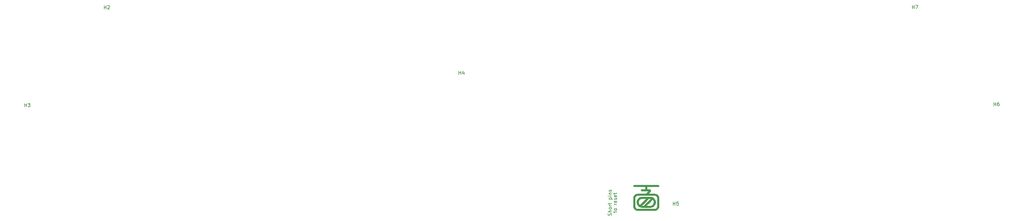
<source format=gbr>
G04 #@! TF.GenerationSoftware,KiCad,Pcbnew,(5.1.8-0-10_14)*
G04 #@! TF.CreationDate,2021-02-08T17:11:09+00:00*
G04 #@! TF.ProjectId,ccd60,63636436-302e-46b6-9963-61645f706362,rev?*
G04 #@! TF.SameCoordinates,Original*
G04 #@! TF.FileFunction,Legend,Top*
G04 #@! TF.FilePolarity,Positive*
%FSLAX46Y46*%
G04 Gerber Fmt 4.6, Leading zero omitted, Abs format (unit mm)*
G04 Created by KiCad (PCBNEW (5.1.8-0-10_14)) date 2021-02-08 17:11:09*
%MOMM*%
%LPD*%
G01*
G04 APERTURE LIST*
%ADD10C,0.100000*%
%ADD11C,0.150000*%
G04 APERTURE END LIST*
D10*
G36*
X257813552Y-175928810D02*
G01*
X252850127Y-176449011D01*
X257813552Y-176449011D01*
X258093683Y-176505597D01*
X258322725Y-176659997D01*
X258477609Y-176889163D01*
X258535267Y-177170049D01*
X258535267Y-179606432D01*
X258477688Y-179887804D01*
X258322928Y-180117654D01*
X258093909Y-180272975D01*
X257813552Y-180330762D01*
X252850127Y-180330762D01*
X252570256Y-180272896D01*
X252341917Y-180117450D01*
X252188075Y-179887578D01*
X252131693Y-179606432D01*
X252131693Y-177170049D01*
X252189014Y-176889958D01*
X252343071Y-176661155D01*
X252571048Y-176506539D01*
X252850127Y-176449011D01*
X257813552Y-175928810D01*
X255969901Y-175928810D01*
X256573516Y-175306544D01*
X256679716Y-175098160D01*
X256655529Y-174865361D01*
X256507155Y-174685985D01*
X256284831Y-174618431D01*
X255592641Y-174618431D01*
X255592641Y-173903978D01*
X258794428Y-173903978D01*
X258924008Y-173869131D01*
X259018868Y-173773927D01*
X259053589Y-173643877D01*
X259018868Y-173513827D01*
X258924008Y-173418624D01*
X258794428Y-173383777D01*
X251872532Y-173383777D01*
X251689278Y-173459958D01*
X251613371Y-173643877D01*
X251689278Y-173827796D01*
X251872532Y-173903978D01*
X255074319Y-173903978D01*
X255074319Y-174618431D01*
X254063919Y-174618431D01*
X253934339Y-174653278D01*
X253839479Y-174748481D01*
X253804758Y-174878531D01*
X253839479Y-175008581D01*
X253934339Y-175103785D01*
X254063919Y-175138632D01*
X256012548Y-175138632D01*
X255244906Y-175928810D01*
X252850127Y-175928810D01*
X252600878Y-175954028D01*
X252368726Y-176026353D01*
X251975609Y-176292360D01*
X251710562Y-176686903D01*
X251638498Y-176919896D01*
X251613371Y-177170049D01*
X251613371Y-179606432D01*
X251638475Y-179856806D01*
X251710486Y-180090063D01*
X251975409Y-180485287D01*
X252368502Y-180752216D01*
X252600725Y-180825105D01*
X252850127Y-180850963D01*
X257813552Y-180850963D01*
X258063174Y-180825128D01*
X258295662Y-180752292D01*
X258689434Y-180485488D01*
X258955275Y-180090288D01*
X259027847Y-179856958D01*
X259053589Y-179606432D01*
X259053589Y-177170049D01*
X259027824Y-176919743D01*
X258955198Y-176686678D01*
X258689233Y-176292160D01*
X258295436Y-176026277D01*
X258063022Y-175954005D01*
X257813552Y-175928810D01*
G37*
X257813552Y-175928810D02*
X252850127Y-176449011D01*
X257813552Y-176449011D01*
X258093683Y-176505597D01*
X258322725Y-176659997D01*
X258477609Y-176889163D01*
X258535267Y-177170049D01*
X258535267Y-179606432D01*
X258477688Y-179887804D01*
X258322928Y-180117654D01*
X258093909Y-180272975D01*
X257813552Y-180330762D01*
X252850127Y-180330762D01*
X252570256Y-180272896D01*
X252341917Y-180117450D01*
X252188075Y-179887578D01*
X252131693Y-179606432D01*
X252131693Y-177170049D01*
X252189014Y-176889958D01*
X252343071Y-176661155D01*
X252571048Y-176506539D01*
X252850127Y-176449011D01*
X257813552Y-175928810D01*
X255969901Y-175928810D01*
X256573516Y-175306544D01*
X256679716Y-175098160D01*
X256655529Y-174865361D01*
X256507155Y-174685985D01*
X256284831Y-174618431D01*
X255592641Y-174618431D01*
X255592641Y-173903978D01*
X258794428Y-173903978D01*
X258924008Y-173869131D01*
X259018868Y-173773927D01*
X259053589Y-173643877D01*
X259018868Y-173513827D01*
X258924008Y-173418624D01*
X258794428Y-173383777D01*
X251872532Y-173383777D01*
X251689278Y-173459958D01*
X251613371Y-173643877D01*
X251689278Y-173827796D01*
X251872532Y-173903978D01*
X255074319Y-173903978D01*
X255074319Y-174618431D01*
X254063919Y-174618431D01*
X253934339Y-174653278D01*
X253839479Y-174748481D01*
X253804758Y-174878531D01*
X253839479Y-175008581D01*
X253934339Y-175103785D01*
X254063919Y-175138632D01*
X256012548Y-175138632D01*
X255244906Y-175928810D01*
X252850127Y-175928810D01*
X252600878Y-175954028D01*
X252368726Y-176026353D01*
X251975609Y-176292360D01*
X251710562Y-176686903D01*
X251638498Y-176919896D01*
X251613371Y-177170049D01*
X251613371Y-179606432D01*
X251638475Y-179856806D01*
X251710486Y-180090063D01*
X251975409Y-180485287D01*
X252368502Y-180752216D01*
X252600725Y-180825105D01*
X252850127Y-180850963D01*
X257813552Y-180850963D01*
X258063174Y-180825128D01*
X258295662Y-180752292D01*
X258689434Y-180485488D01*
X258955275Y-180090288D01*
X259027847Y-179856958D01*
X259053589Y-179606432D01*
X259053589Y-177170049D01*
X259027824Y-176919743D01*
X258955198Y-176686678D01*
X258689233Y-176292160D01*
X258295436Y-176026277D01*
X258063022Y-175954005D01*
X257813552Y-175928810D01*
G36*
X256553833Y-176827638D02*
G01*
X253716796Y-177431262D01*
X254113127Y-177351131D01*
X255372846Y-177351131D01*
X253535756Y-179247559D01*
X253350389Y-179083428D01*
X253211439Y-178882441D01*
X253123930Y-178654122D01*
X253092885Y-178407995D01*
X253092885Y-178371778D01*
X253174004Y-177974271D01*
X253392865Y-177649871D01*
X253716796Y-177431262D01*
X256553833Y-176827638D01*
X254077041Y-179425350D01*
X256091280Y-177351131D01*
X256547272Y-177351131D01*
X256671932Y-177351131D01*
X254674096Y-179428642D01*
X254083602Y-179428642D01*
X254077042Y-179425350D01*
X254077041Y-179425350D01*
X256553833Y-176827638D01*
X257190255Y-177581600D01*
X257350504Y-177742860D01*
X257469790Y-177933388D01*
X257544443Y-178145567D01*
X257570795Y-178371778D01*
X257564235Y-178407995D01*
X257564234Y-178407995D01*
X257486822Y-178798580D01*
X257266373Y-179129702D01*
X256936447Y-179350950D01*
X256547273Y-179428642D01*
X255399091Y-179428642D01*
X257190255Y-177581600D01*
X256553833Y-176827638D01*
X254113127Y-176827638D01*
X253803342Y-176859560D01*
X253514818Y-176949854D01*
X253253706Y-177092347D01*
X253026156Y-177280867D01*
X252838316Y-177509242D01*
X252696338Y-177771301D01*
X252606370Y-178060870D01*
X252574563Y-178371778D01*
X252574563Y-178407995D01*
X252606393Y-178718683D01*
X252696414Y-179007987D01*
X252838458Y-179269732D01*
X253026356Y-179497739D01*
X253253941Y-179685831D01*
X253515043Y-179827831D01*
X253803494Y-179917561D01*
X254113127Y-179948842D01*
X256553833Y-179948842D01*
X256862957Y-179916988D01*
X257150865Y-179826886D01*
X257411419Y-179684697D01*
X257638485Y-179496578D01*
X257825924Y-179268690D01*
X257967599Y-179007191D01*
X258057376Y-178718240D01*
X258089116Y-178407995D01*
X258089116Y-178371778D01*
X258057947Y-178061023D01*
X257968541Y-177771526D01*
X257827054Y-177509478D01*
X257639642Y-177281069D01*
X257412458Y-177092489D01*
X257151659Y-176949931D01*
X256863399Y-176859583D01*
X256553833Y-176827638D01*
G37*
X256553833Y-176827638D02*
X253716796Y-177431262D01*
X254113127Y-177351131D01*
X255372846Y-177351131D01*
X253535756Y-179247559D01*
X253350389Y-179083428D01*
X253211439Y-178882441D01*
X253123930Y-178654122D01*
X253092885Y-178407995D01*
X253092885Y-178371778D01*
X253174004Y-177974271D01*
X253392865Y-177649871D01*
X253716796Y-177431262D01*
X256553833Y-176827638D01*
X254077041Y-179425350D01*
X256091280Y-177351131D01*
X256547272Y-177351131D01*
X256671932Y-177351131D01*
X254674096Y-179428642D01*
X254083602Y-179428642D01*
X254077042Y-179425350D01*
X254077041Y-179425350D01*
X256553833Y-176827638D01*
X257190255Y-177581600D01*
X257350504Y-177742860D01*
X257469790Y-177933388D01*
X257544443Y-178145567D01*
X257570795Y-178371778D01*
X257564235Y-178407995D01*
X257564234Y-178407995D01*
X257486822Y-178798580D01*
X257266373Y-179129702D01*
X256936447Y-179350950D01*
X256547273Y-179428642D01*
X255399091Y-179428642D01*
X257190255Y-177581600D01*
X256553833Y-176827638D01*
X254113127Y-176827638D01*
X253803342Y-176859560D01*
X253514818Y-176949854D01*
X253253706Y-177092347D01*
X253026156Y-177280867D01*
X252838316Y-177509242D01*
X252696338Y-177771301D01*
X252606370Y-178060870D01*
X252574563Y-178371778D01*
X252574563Y-178407995D01*
X252606393Y-178718683D01*
X252696414Y-179007987D01*
X252838458Y-179269732D01*
X253026356Y-179497739D01*
X253253941Y-179685831D01*
X253515043Y-179827831D01*
X253803494Y-179917561D01*
X254113127Y-179948842D01*
X256553833Y-179948842D01*
X256862957Y-179916988D01*
X257150865Y-179826886D01*
X257411419Y-179684697D01*
X257638485Y-179496578D01*
X257825924Y-179268690D01*
X257967599Y-179007191D01*
X258057376Y-178718240D01*
X258089116Y-178407995D01*
X258089116Y-178371778D01*
X258057947Y-178061023D01*
X257968541Y-177771526D01*
X257827054Y-177509478D01*
X257639642Y-177281069D01*
X257412458Y-177092489D01*
X257151659Y-176949931D01*
X256863399Y-176859583D01*
X256553833Y-176827638D01*
D11*
X246101714Y-181426952D02*
X246101714Y-181046000D01*
X245768380Y-181284095D02*
X246625523Y-181284095D01*
X246720761Y-181236476D01*
X246768380Y-181141238D01*
X246768380Y-181046000D01*
X246768380Y-180569809D02*
X246720761Y-180665047D01*
X246673142Y-180712666D01*
X246577904Y-180760285D01*
X246292190Y-180760285D01*
X246196952Y-180712666D01*
X246149333Y-180665047D01*
X246101714Y-180569809D01*
X246101714Y-180426952D01*
X246149333Y-180331714D01*
X246196952Y-180284095D01*
X246292190Y-180236476D01*
X246577904Y-180236476D01*
X246673142Y-180284095D01*
X246720761Y-180331714D01*
X246768380Y-180426952D01*
X246768380Y-180569809D01*
X246768380Y-179046000D02*
X246101714Y-179046000D01*
X246292190Y-179046000D02*
X246196952Y-178998380D01*
X246149333Y-178950761D01*
X246101714Y-178855523D01*
X246101714Y-178760285D01*
X246720761Y-178046000D02*
X246768380Y-178141238D01*
X246768380Y-178331714D01*
X246720761Y-178426952D01*
X246625523Y-178474571D01*
X246244571Y-178474571D01*
X246149333Y-178426952D01*
X246101714Y-178331714D01*
X246101714Y-178141238D01*
X246149333Y-178046000D01*
X246244571Y-177998380D01*
X246339809Y-177998380D01*
X246435047Y-178474571D01*
X246720761Y-177617428D02*
X246768380Y-177522190D01*
X246768380Y-177331714D01*
X246720761Y-177236476D01*
X246625523Y-177188857D01*
X246577904Y-177188857D01*
X246482666Y-177236476D01*
X246435047Y-177331714D01*
X246435047Y-177474571D01*
X246387428Y-177569809D01*
X246292190Y-177617428D01*
X246244571Y-177617428D01*
X246149333Y-177569809D01*
X246101714Y-177474571D01*
X246101714Y-177331714D01*
X246149333Y-177236476D01*
X246720761Y-176379333D02*
X246768380Y-176474571D01*
X246768380Y-176665047D01*
X246720761Y-176760285D01*
X246625523Y-176807904D01*
X246244571Y-176807904D01*
X246149333Y-176760285D01*
X246101714Y-176665047D01*
X246101714Y-176474571D01*
X246149333Y-176379333D01*
X246244571Y-176331714D01*
X246339809Y-176331714D01*
X246435047Y-176807904D01*
X246101714Y-176046000D02*
X246101714Y-175665047D01*
X245768380Y-175903142D02*
X246625523Y-175903142D01*
X246720761Y-175855523D01*
X246768380Y-175760285D01*
X246768380Y-175665047D01*
X245220761Y-182260285D02*
X245268380Y-182117428D01*
X245268380Y-181879333D01*
X245220761Y-181784095D01*
X245173142Y-181736476D01*
X245077904Y-181688857D01*
X244982666Y-181688857D01*
X244887428Y-181736476D01*
X244839809Y-181784095D01*
X244792190Y-181879333D01*
X244744571Y-182069809D01*
X244696952Y-182165047D01*
X244649333Y-182212666D01*
X244554095Y-182260285D01*
X244458857Y-182260285D01*
X244363619Y-182212666D01*
X244316000Y-182165047D01*
X244268380Y-182069809D01*
X244268380Y-181831714D01*
X244316000Y-181688857D01*
X245268380Y-181260285D02*
X244268380Y-181260285D01*
X245268380Y-180831714D02*
X244744571Y-180831714D01*
X244649333Y-180879333D01*
X244601714Y-180974571D01*
X244601714Y-181117428D01*
X244649333Y-181212666D01*
X244696952Y-181260285D01*
X245268380Y-180212666D02*
X245220761Y-180307904D01*
X245173142Y-180355523D01*
X245077904Y-180403142D01*
X244792190Y-180403142D01*
X244696952Y-180355523D01*
X244649333Y-180307904D01*
X244601714Y-180212666D01*
X244601714Y-180069809D01*
X244649333Y-179974571D01*
X244696952Y-179926952D01*
X244792190Y-179879333D01*
X245077904Y-179879333D01*
X245173142Y-179926952D01*
X245220761Y-179974571D01*
X245268380Y-180069809D01*
X245268380Y-180212666D01*
X245268380Y-179450761D02*
X244601714Y-179450761D01*
X244792190Y-179450761D02*
X244696952Y-179403142D01*
X244649333Y-179355523D01*
X244601714Y-179260285D01*
X244601714Y-179165047D01*
X244601714Y-178974571D02*
X244601714Y-178593619D01*
X244268380Y-178831714D02*
X245125523Y-178831714D01*
X245220761Y-178784095D01*
X245268380Y-178688857D01*
X245268380Y-178593619D01*
X244601714Y-177498380D02*
X245601714Y-177498380D01*
X244649333Y-177498380D02*
X244601714Y-177403142D01*
X244601714Y-177212666D01*
X244649333Y-177117428D01*
X244696952Y-177069809D01*
X244792190Y-177022190D01*
X245077904Y-177022190D01*
X245173142Y-177069809D01*
X245220761Y-177117428D01*
X245268380Y-177212666D01*
X245268380Y-177403142D01*
X245220761Y-177498380D01*
X245268380Y-176593619D02*
X244601714Y-176593619D01*
X244268380Y-176593619D02*
X244316000Y-176641238D01*
X244363619Y-176593619D01*
X244316000Y-176546000D01*
X244268380Y-176593619D01*
X244363619Y-176593619D01*
X244601714Y-176117428D02*
X245268380Y-176117428D01*
X244696952Y-176117428D02*
X244649333Y-176069809D01*
X244601714Y-175974571D01*
X244601714Y-175831714D01*
X244649333Y-175736476D01*
X244744571Y-175688857D01*
X245268380Y-175688857D01*
X245220761Y-175260285D02*
X245268380Y-175165047D01*
X245268380Y-174974571D01*
X245220761Y-174879333D01*
X245125523Y-174831714D01*
X245077904Y-174831714D01*
X244982666Y-174879333D01*
X244935047Y-174974571D01*
X244935047Y-175117428D01*
X244887428Y-175212666D01*
X244792190Y-175260285D01*
X244744571Y-175260285D01*
X244649333Y-175212666D01*
X244601714Y-175117428D01*
X244601714Y-174974571D01*
X244649333Y-174879333D01*
X97815495Y-122124210D02*
X97815495Y-121124210D01*
X97815495Y-121600401D02*
X98386923Y-121600401D01*
X98386923Y-122124210D02*
X98386923Y-121124210D01*
X98815495Y-121219449D02*
X98863114Y-121171830D01*
X98958352Y-121124210D01*
X99196447Y-121124210D01*
X99291685Y-121171830D01*
X99339304Y-121219449D01*
X99386923Y-121314687D01*
X99386923Y-121409925D01*
X99339304Y-121552782D01*
X98767876Y-122124210D01*
X99386923Y-122124210D01*
X74701495Y-150635710D02*
X74701495Y-149635710D01*
X74701495Y-150111901D02*
X75272923Y-150111901D01*
X75272923Y-150635710D02*
X75272923Y-149635710D01*
X75653876Y-149635710D02*
X76272923Y-149635710D01*
X75939590Y-150016663D01*
X76082447Y-150016663D01*
X76177685Y-150064282D01*
X76225304Y-150111901D01*
X76272923Y-150207139D01*
X76272923Y-150445234D01*
X76225304Y-150540472D01*
X76177685Y-150588091D01*
X76082447Y-150635710D01*
X75796733Y-150635710D01*
X75701495Y-150588091D01*
X75653876Y-150540472D01*
X200914095Y-141192130D02*
X200914095Y-140192130D01*
X200914095Y-140668321D02*
X201485523Y-140668321D01*
X201485523Y-141192130D02*
X201485523Y-140192130D01*
X202390285Y-140525464D02*
X202390285Y-141192130D01*
X202152190Y-140144511D02*
X201914095Y-140858797D01*
X202533142Y-140858797D01*
X263169495Y-179274210D02*
X263169495Y-178274210D01*
X263169495Y-178750401D02*
X263740923Y-178750401D01*
X263740923Y-179274210D02*
X263740923Y-178274210D01*
X264693304Y-178274210D02*
X264217114Y-178274210D01*
X264169495Y-178750401D01*
X264217114Y-178702782D01*
X264312352Y-178655163D01*
X264550447Y-178655163D01*
X264645685Y-178702782D01*
X264693304Y-178750401D01*
X264740923Y-178845639D01*
X264740923Y-179083734D01*
X264693304Y-179178972D01*
X264645685Y-179226591D01*
X264550447Y-179274210D01*
X264312352Y-179274210D01*
X264217114Y-179226591D01*
X264169495Y-179178972D01*
X356387495Y-150318210D02*
X356387495Y-149318210D01*
X356387495Y-149794401D02*
X356958923Y-149794401D01*
X356958923Y-150318210D02*
X356958923Y-149318210D01*
X357863685Y-149318210D02*
X357673209Y-149318210D01*
X357577971Y-149365830D01*
X357530352Y-149413449D01*
X357435114Y-149556306D01*
X357387495Y-149746782D01*
X357387495Y-150127734D01*
X357435114Y-150222972D01*
X357482733Y-150270591D01*
X357577971Y-150318210D01*
X357768447Y-150318210D01*
X357863685Y-150270591D01*
X357911304Y-150222972D01*
X357958923Y-150127734D01*
X357958923Y-149889639D01*
X357911304Y-149794401D01*
X357863685Y-149746782D01*
X357768447Y-149699163D01*
X357577971Y-149699163D01*
X357482733Y-149746782D01*
X357435114Y-149794401D01*
X357387495Y-149889639D01*
X332676595Y-122078630D02*
X332676595Y-121078630D01*
X332676595Y-121554821D02*
X333248023Y-121554821D01*
X333248023Y-122078630D02*
X333248023Y-121078630D01*
X333628976Y-121078630D02*
X334295642Y-121078630D01*
X333867071Y-122078630D01*
M02*

</source>
